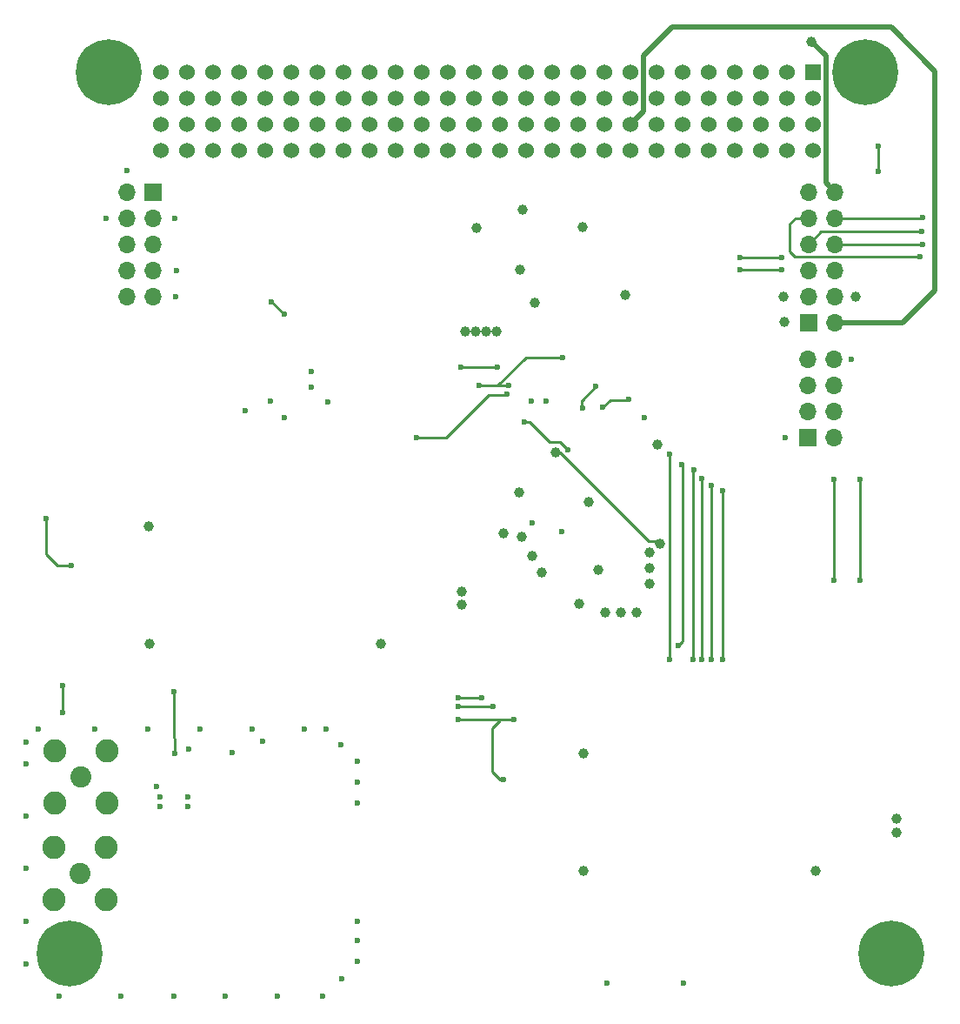
<source format=gbl>
G04 #@! TF.GenerationSoftware,KiCad,Pcbnew,(6.0.7-1)-1*
G04 #@! TF.CreationDate,2023-01-03T11:55:48-05:00*
G04 #@! TF.ProjectId,comm-rfb,636f6d6d-2d72-4666-922e-6b696361645f,rev?*
G04 #@! TF.SameCoordinates,Original*
G04 #@! TF.FileFunction,Copper,L4,Bot*
G04 #@! TF.FilePolarity,Positive*
%FSLAX46Y46*%
G04 Gerber Fmt 4.6, Leading zero omitted, Abs format (unit mm)*
G04 Created by KiCad (PCBNEW (6.0.7-1)-1) date 2023-01-03 11:55:48*
%MOMM*%
%LPD*%
G01*
G04 APERTURE LIST*
G04 #@! TA.AperFunction,ConnectorPad*
%ADD10C,6.400000*%
G04 #@! TD*
G04 #@! TA.AperFunction,ComponentPad*
%ADD11C,3.600000*%
G04 #@! TD*
G04 #@! TA.AperFunction,ComponentPad*
%ADD12C,2.050000*%
G04 #@! TD*
G04 #@! TA.AperFunction,ComponentPad*
%ADD13C,2.250000*%
G04 #@! TD*
G04 #@! TA.AperFunction,ComponentPad*
%ADD14R,1.524000X1.524000*%
G04 #@! TD*
G04 #@! TA.AperFunction,ComponentPad*
%ADD15C,1.524000*%
G04 #@! TD*
G04 #@! TA.AperFunction,ComponentPad*
%ADD16R,1.700000X1.700000*%
G04 #@! TD*
G04 #@! TA.AperFunction,ComponentPad*
%ADD17O,1.700000X1.700000*%
G04 #@! TD*
G04 #@! TA.AperFunction,ViaPad*
%ADD18C,0.600000*%
G04 #@! TD*
G04 #@! TA.AperFunction,ViaPad*
%ADD19C,1.000000*%
G04 #@! TD*
G04 #@! TA.AperFunction,Conductor*
%ADD20C,0.254000*%
G04 #@! TD*
G04 #@! TA.AperFunction,Conductor*
%ADD21C,0.508000*%
G04 #@! TD*
G04 #@! TA.AperFunction,Conductor*
%ADD22C,0.250000*%
G04 #@! TD*
G04 APERTURE END LIST*
D10*
X191770000Y-52070000D03*
D11*
X191770000Y-52070000D03*
X118110000Y-52070000D03*
D10*
X118110000Y-52070000D03*
X114300000Y-137795000D03*
D11*
X114300000Y-137795000D03*
D12*
X115366800Y-130048000D03*
D13*
X117906800Y-127508000D03*
X117906800Y-132588000D03*
X112826800Y-127508000D03*
X112826800Y-132588000D03*
D12*
X115417600Y-120650000D03*
D13*
X117957600Y-118110000D03*
X112877600Y-118110000D03*
X117957600Y-123190000D03*
X112877600Y-123190000D03*
D14*
X186690000Y-52070000D03*
D15*
X186690000Y-54610000D03*
X184150000Y-52070000D03*
X184150000Y-54610000D03*
X181610000Y-52070000D03*
X181610000Y-54610000D03*
X179070000Y-52070000D03*
X179070000Y-54610000D03*
X176530000Y-52070000D03*
X176530000Y-54610000D03*
X173990000Y-52070000D03*
X173990000Y-54610000D03*
X171450000Y-52070000D03*
X171450000Y-54610000D03*
X168910000Y-52070000D03*
X168910000Y-54610000D03*
X166370000Y-52070000D03*
X166370000Y-54610000D03*
X163830000Y-52070000D03*
X163830000Y-54610000D03*
X161290000Y-52070000D03*
X161290000Y-54610000D03*
X158750000Y-52070000D03*
X158750000Y-54610000D03*
X156210000Y-52070000D03*
X156210000Y-54610000D03*
X153670000Y-52070000D03*
X153670000Y-54610000D03*
X151130000Y-52070000D03*
X151130000Y-54610000D03*
X148590000Y-52070000D03*
X148590000Y-54610000D03*
X146050000Y-52070000D03*
X146050000Y-54610000D03*
X143510000Y-52070000D03*
X143510000Y-54610000D03*
X140970000Y-52070000D03*
X140970000Y-54610000D03*
X138430000Y-52070000D03*
X138430000Y-54610000D03*
X135890000Y-52070000D03*
X135890000Y-54610000D03*
X133350000Y-52070000D03*
X133350000Y-54610000D03*
X130810000Y-52070000D03*
X130810000Y-54610000D03*
X128270000Y-52070000D03*
X128270000Y-54610000D03*
X125730000Y-52070000D03*
X125730000Y-54610000D03*
X123190000Y-52070000D03*
X123190000Y-54610000D03*
X186690000Y-57150000D03*
X186690000Y-59690000D03*
X184150000Y-57150000D03*
X184150000Y-59690000D03*
X181610000Y-57150000D03*
X181610000Y-59690000D03*
X179070000Y-57150000D03*
X179070000Y-59690000D03*
X176530000Y-57150000D03*
X176530000Y-59690000D03*
X173990000Y-57150000D03*
X173990000Y-59690000D03*
X171450000Y-57150000D03*
X171450000Y-59690000D03*
X168910000Y-57150000D03*
X168910000Y-59690000D03*
X166370000Y-57150000D03*
X166370000Y-59690000D03*
X163830000Y-57150000D03*
X163830000Y-59690000D03*
X161290000Y-57150000D03*
X161290000Y-59690000D03*
X158750000Y-57150000D03*
X158750000Y-59690000D03*
X156210000Y-57150000D03*
X156210000Y-59690000D03*
X153670000Y-57150000D03*
X153670000Y-59690000D03*
X151130000Y-57150000D03*
X151130000Y-59690000D03*
X148590000Y-57150000D03*
X148590000Y-59690000D03*
X146050000Y-57150000D03*
X146050000Y-59690000D03*
X143510000Y-57150000D03*
X143510000Y-59690000D03*
X140970000Y-57150000D03*
X140970000Y-59690000D03*
X138430000Y-57150000D03*
X138430000Y-59690000D03*
X135890000Y-57150000D03*
X135890000Y-59690000D03*
X133350000Y-57150000D03*
X133350000Y-59690000D03*
X130810000Y-57150000D03*
X130810000Y-59690000D03*
X128270000Y-57150000D03*
X128270000Y-59690000D03*
X125730000Y-57150000D03*
X125730000Y-59690000D03*
X123190000Y-57150000D03*
X123190000Y-59690000D03*
D16*
X186232800Y-87620000D03*
D17*
X188772800Y-87620000D03*
X186232800Y-85080000D03*
X188772800Y-85080000D03*
X186232800Y-82540000D03*
X188772800Y-82540000D03*
X186232800Y-80000000D03*
X188772800Y-80000000D03*
D11*
X194310000Y-137795000D03*
D10*
X194310000Y-137795000D03*
D16*
X122465000Y-63734000D03*
D17*
X119925000Y-63734000D03*
X122465000Y-66274000D03*
X119925000Y-66274000D03*
X122465000Y-68814000D03*
X119925000Y-68814000D03*
X122465000Y-71354000D03*
X119925000Y-71354000D03*
X122465000Y-73894000D03*
X119925000Y-73894000D03*
D16*
X186272000Y-76378200D03*
D17*
X188812000Y-76378200D03*
X186272000Y-73838200D03*
X188812000Y-73838200D03*
X186272000Y-71298200D03*
X188812000Y-71298200D03*
X186272000Y-68758200D03*
X188812000Y-68758200D03*
X186272000Y-66218200D03*
X188812000Y-66218200D03*
X186272000Y-63678200D03*
X188812000Y-63678200D03*
D18*
X162255200Y-96723200D03*
X159385000Y-95859600D03*
X159308800Y-84028897D03*
X139496800Y-84124800D03*
X142392400Y-123164600D03*
X142341600Y-138582400D03*
X124663200Y-73863200D03*
D19*
X164388800Y-118364000D03*
D18*
X113309400Y-141986000D03*
X139293600Y-115976400D03*
D19*
X153974800Y-67157600D03*
X163982400Y-103784400D03*
D18*
X124612400Y-66243200D03*
D19*
X164287200Y-67106800D03*
D18*
X110083600Y-138785600D03*
D19*
X183845200Y-73863200D03*
D18*
X133858000Y-84023200D03*
D19*
X159664400Y-74472800D03*
D18*
X135280400Y-85648800D03*
D19*
X159359600Y-99110800D03*
D18*
X110083600Y-129514600D03*
X129489200Y-141986000D03*
X140779500Y-117462300D03*
X138963400Y-141986000D03*
X125909800Y-117906800D03*
D19*
X166522400Y-104597200D03*
D18*
X140843000Y-140284200D03*
X110083600Y-124460000D03*
D19*
X158394400Y-97231200D03*
X156565600Y-96926400D03*
D18*
X184048400Y-87630000D03*
X132130800Y-115976400D03*
X119329200Y-141986000D03*
X119938800Y-61569600D03*
X121920000Y-115976400D03*
D19*
X171551600Y-88239600D03*
D18*
X123139200Y-122529600D03*
D19*
X170840400Y-98755200D03*
D18*
X137871200Y-81127600D03*
X134569200Y-141986000D03*
X123139200Y-123494800D03*
D19*
X122123200Y-107696000D03*
X158191200Y-71221600D03*
X122072400Y-96215200D03*
X158445200Y-65379600D03*
D18*
X142392400Y-121081800D03*
X174142400Y-140665200D03*
X131470400Y-84937600D03*
X110083600Y-134645400D03*
X142367000Y-119049800D03*
X160748246Y-84062651D03*
D19*
X168452800Y-73710800D03*
X160274000Y-100685600D03*
D18*
X122834400Y-121564400D03*
D19*
X164896800Y-93827600D03*
X168046400Y-104648000D03*
X165773400Y-100479800D03*
D18*
X116814600Y-115976400D03*
X142341600Y-136499600D03*
X111302800Y-115976400D03*
D19*
X144678400Y-107696000D03*
D18*
X142341600Y-134645400D03*
D19*
X190855600Y-73863200D03*
X158089600Y-92913200D03*
X170840400Y-100279200D03*
D18*
X130126200Y-118262400D03*
D19*
X164388800Y-129794000D03*
D18*
X127025400Y-115976400D03*
X110083600Y-117246400D03*
D19*
X186944000Y-129794000D03*
D18*
X137160000Y-115976400D03*
X124460000Y-141986000D03*
X110083600Y-119329200D03*
X183642000Y-71272400D03*
X133993500Y-74345800D03*
X156006800Y-80772000D03*
X135246500Y-75590400D03*
X152450800Y-80772000D03*
X179578000Y-71272400D03*
X172720000Y-89204800D03*
X124510800Y-112301900D03*
X172720000Y-109169200D03*
X124538200Y-118364000D03*
D19*
X153873200Y-77266800D03*
X170789600Y-101803200D03*
X152501600Y-102565200D03*
X183896000Y-76352400D03*
X194868800Y-124714000D03*
X194868800Y-126034800D03*
D18*
X124714000Y-71374000D03*
X133096000Y-117144800D03*
D19*
X154889200Y-77266800D03*
X169570400Y-104597200D03*
D18*
X117906800Y-66294000D03*
X166624000Y-140716000D03*
D19*
X155905200Y-77266800D03*
D18*
X137871200Y-82651600D03*
X170281600Y-85648800D03*
X125831600Y-123494800D03*
D19*
X152857200Y-77266800D03*
D18*
X125831600Y-122529600D03*
X190449200Y-80010000D03*
D19*
X152501600Y-103835200D03*
D18*
X164309100Y-84683600D03*
X165562100Y-82600800D03*
X193090800Y-61671200D03*
X193090800Y-59232800D03*
D19*
X186589111Y-49072800D03*
D18*
X175056800Y-109169200D03*
X175157647Y-90757947D03*
X156616400Y-120853200D03*
X177901600Y-109169200D03*
X113690400Y-114367700D03*
X152146000Y-115062000D03*
X113690400Y-111760000D03*
X177901600Y-92758700D03*
X157581600Y-115062000D03*
X175869600Y-109169200D03*
X154432000Y-112928400D03*
X175869600Y-91592400D03*
X152146000Y-112928400D03*
X152146000Y-113741200D03*
X155549600Y-113741200D03*
X176834800Y-92260700D03*
X176834800Y-109169200D03*
D19*
X171805600Y-97952900D03*
X161696400Y-89058700D03*
D18*
X114503200Y-100025200D03*
X112064800Y-95453200D03*
X173929932Y-90258700D03*
X173634400Y-107797600D03*
X158648400Y-86055200D03*
X162814000Y-88747600D03*
X179578000Y-70053200D03*
X157073600Y-82550000D03*
X154228800Y-82550000D03*
X183642000Y-70053200D03*
X162306000Y-79806800D03*
X188772800Y-91643200D03*
X188772800Y-101498400D03*
X166218236Y-84660559D03*
X168743403Y-83907403D03*
X191262000Y-101498400D03*
X191262000Y-91643200D03*
X197307200Y-67564000D03*
X197408800Y-66192400D03*
X197144300Y-70002400D03*
X197358000Y-68783200D03*
X156881603Y-83402397D03*
X148082000Y-87579200D03*
D20*
X133993500Y-74345800D02*
X135238100Y-75590400D01*
X135238100Y-75590400D02*
X135246500Y-75590400D01*
X152450800Y-80772000D02*
X156006800Y-80772000D01*
X183642000Y-71272400D02*
X179578000Y-71272400D01*
X172720000Y-106172000D02*
X172720000Y-109169200D01*
X124538200Y-118364000D02*
X124538200Y-116867400D01*
X172720000Y-89204800D02*
X172720000Y-105257600D01*
X172720000Y-105257600D02*
X172720000Y-106172000D01*
X124510800Y-116840000D02*
X124510800Y-112301900D01*
X124538200Y-116867400D02*
X124510800Y-116840000D01*
D21*
X198577200Y-73253600D02*
X198577200Y-51917600D01*
X194310000Y-47650400D02*
X172973289Y-47650400D01*
X188812000Y-76378200D02*
X195452600Y-76378200D01*
X195452600Y-76378200D02*
X198577200Y-73253600D01*
X172973289Y-47650400D02*
X170180000Y-50443689D01*
X170180000Y-55880000D02*
X168910000Y-57150000D01*
X198577200Y-51917600D02*
X194310000Y-47650400D01*
X170180000Y-50443689D02*
X170180000Y-55880000D01*
D20*
X164309100Y-84683600D02*
X164236400Y-84610900D01*
X164236400Y-83921600D02*
X164241300Y-83921600D01*
X164241300Y-83921600D02*
X165562100Y-82600800D01*
X164236400Y-84610900D02*
X164236400Y-83921600D01*
X193090800Y-59232800D02*
X193090800Y-61671200D01*
D21*
X188812000Y-63678200D02*
X187962000Y-62828200D01*
X187962000Y-50445689D02*
X186589111Y-49072800D01*
X187962000Y-62828200D02*
X187962000Y-50445689D01*
D20*
X175056800Y-105003600D02*
X175056800Y-106172000D01*
X175056800Y-90858794D02*
X175056800Y-105003600D01*
X175056800Y-106172000D02*
X175056800Y-109169200D01*
X175157647Y-90757947D02*
X175056800Y-90858794D01*
D22*
X155448000Y-120091200D02*
X156210000Y-120853200D01*
D20*
X156159200Y-115062000D02*
X152146000Y-115062000D01*
D22*
X156210000Y-115112800D02*
X155448000Y-115874800D01*
X155448000Y-115874800D02*
X155448000Y-120091200D01*
X156210000Y-120853200D02*
X156616400Y-120853200D01*
D20*
X113690400Y-111760000D02*
X113690400Y-114367700D01*
D22*
X177901600Y-106172000D02*
X177901600Y-109169200D01*
X177901600Y-92758700D02*
X177901600Y-106172000D01*
X156260800Y-115062000D02*
X157581600Y-115062000D01*
D20*
X175869600Y-106158703D02*
X175869600Y-109169200D01*
X175869600Y-91592400D02*
X175869600Y-106158703D01*
X154432000Y-112928400D02*
X152146000Y-112928400D01*
X152146000Y-113741200D02*
X155549600Y-113741200D01*
X176834800Y-105511600D02*
X176834800Y-106172000D01*
X176834800Y-106172000D02*
X176834800Y-109169200D01*
X176834800Y-92260700D02*
X176834800Y-105511600D01*
X170738800Y-97688400D02*
X171541100Y-97688400D01*
X167487600Y-94437200D02*
X170738800Y-97688400D01*
X171541100Y-97688400D02*
X171805600Y-97952900D01*
X162109100Y-89058700D02*
X167487600Y-94437200D01*
X161696400Y-89058700D02*
X162109100Y-89058700D01*
X112064800Y-95453200D02*
X112064800Y-98907600D01*
X113182400Y-100025200D02*
X114503200Y-100025200D01*
X112064800Y-98907600D02*
X113182400Y-100025200D01*
X173634400Y-107797600D02*
X173990000Y-107442000D01*
X173990000Y-107442000D02*
X173990000Y-90318768D01*
X173990000Y-90318768D02*
X173929932Y-90258700D01*
X161061400Y-88036400D02*
X159080200Y-86055200D01*
X162814000Y-88747600D02*
X162102800Y-88036400D01*
X162102800Y-88036400D02*
X161061400Y-88036400D01*
X159080200Y-86055200D02*
X158648400Y-86055200D01*
X156018003Y-82538797D02*
X154240003Y-82538797D01*
X162306000Y-79806800D02*
X158750000Y-79806800D01*
X158750000Y-79806800D02*
X156018003Y-82538797D01*
X154240003Y-82538797D02*
X154228800Y-82550000D01*
X183642000Y-70053200D02*
X179578000Y-70053200D01*
X156018003Y-82538797D02*
X157062397Y-82538797D01*
X157062397Y-82538797D02*
X157073600Y-82550000D01*
X188772800Y-91643200D02*
X188772800Y-101498400D01*
X166979600Y-83921600D02*
X166240641Y-84660559D01*
X166240641Y-84660559D02*
X166218236Y-84660559D01*
X168743403Y-83907403D02*
X168729206Y-83921600D01*
X168729206Y-83921600D02*
X166979600Y-83921600D01*
X191262000Y-91643200D02*
X191262000Y-101498400D01*
X197307200Y-67564000D02*
X187466200Y-67564000D01*
X187466200Y-67564000D02*
X186272000Y-68758200D01*
X197408800Y-66192400D02*
X197383000Y-66218200D01*
X197383000Y-66218200D02*
X188812000Y-66218200D01*
X184962800Y-70002400D02*
X184454800Y-69494400D01*
X184454800Y-66751200D02*
X184987800Y-66218200D01*
X184454800Y-69494400D02*
X184454800Y-66751200D01*
X197144300Y-70002400D02*
X184962800Y-70002400D01*
X184987800Y-66218200D02*
X186272000Y-66218200D01*
X197333000Y-68758200D02*
X188812000Y-68758200D01*
X197358000Y-68783200D02*
X197333000Y-68758200D01*
X156870400Y-83413600D02*
X155143200Y-83413600D01*
X148082000Y-87579200D02*
X150977600Y-87579200D01*
X156881603Y-83402397D02*
X156870400Y-83413600D01*
X150977600Y-87579200D02*
X155143200Y-83413600D01*
M02*

</source>
